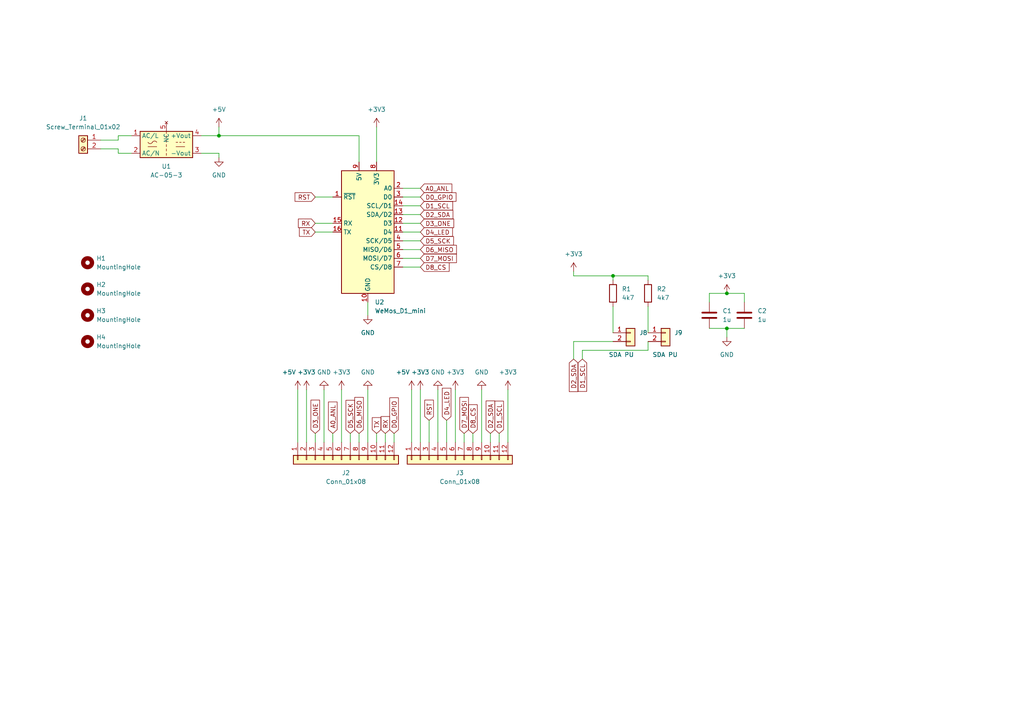
<source format=kicad_sch>
(kicad_sch (version 20211123) (generator eeschema)
  (paper "A4")
  (title_block (company "chof.org"))
  (lib_symbols
    (symbol "Connector:Screw_Terminal_01x02" (pin_names (offset 1.016) hide)
      (property "Reference" "J" (at 0 2.54 0))
      (property "Value" "Screw_Terminal_01x02" (at 0 -5.08 0))
      (symbol "Screw_Terminal_01x02_1_1"
        (rectangle (start -1.27 1.27) (end 1.27 -3.81) (stroke (width 0.254)) (fill (type background)))
        (circle (center 0 -2.54) (radius 0.635) (stroke (width 0.1524)))
        (polyline (pts (xy -0.5334 -2.2098) (xy 0.3302 -3.048)) (stroke (width 0.1524)))
        (polyline (pts (xy -0.5334 0.3302) (xy 0.3302 -0.508)) (stroke (width 0.1524)))
        (polyline (pts (xy -0.3556 -2.032) (xy 0.508 -2.8702)) (stroke (width 0.1524)))
        (polyline (pts (xy -0.3556 0.508) (xy 0.508 -0.3302)) (stroke (width 0.1524)))
        (circle (center 0 0) (radius 0.635) (stroke (width 0.1524)))
        (pin passive line (at -5.08 0 0) (length 3.81) (name "Pin_1") (number "1"))
        (pin passive line (at -5.08 -2.54 0) (length 3.81) (name "Pin_2") (number "2"))
      )
    )
    (symbol "Connector_Generic:Conn_01x02" (pin_names (offset 1.016) hide)
      (property "Reference" "J" (at 0 2.54 0))
      (property "Value" "Conn_01x02" (at 0 -5.08 0))
      (symbol "Conn_01x02_1_1"
        (rectangle (start -1.27 -2.413) (end 0 -2.667) (stroke (width 0.1524)))
        (rectangle (start -1.27 0.127) (end 0 -0.127) (stroke (width 0.1524)))
        (rectangle (start -1.27 1.27) (end 1.27 -3.81) (stroke (width 0.254)) (fill (type background)))
        (pin passive line (at -5.08 0 0) (length 3.81) (name "Pin_1") (number "1"))
        (pin passive line (at -5.08 -2.54 0) (length 3.81) (name "Pin_2") (number "2"))
      )
    )
    (symbol "Connector_Generic:Conn_01x12" (pin_names (offset 1.016) hide)
      (property "Reference" "J" (at 0 15.24 0))
      (property "Value" "Conn_01x12" (at 0 -17.78 0))
      (symbol "Conn_01x12_1_1"
        (rectangle (start -1.27 -15.113) (end 0 -15.367) (stroke (width 0.1524)))
        (rectangle (start -1.27 -12.573) (end 0 -12.827) (stroke (width 0.1524)))
        (rectangle (start -1.27 -10.033) (end 0 -10.287) (stroke (width 0.1524)))
        (rectangle (start -1.27 -7.493) (end 0 -7.747) (stroke (width 0.1524)))
        (rectangle (start -1.27 -4.953) (end 0 -5.207) (stroke (width 0.1524)))
        (rectangle (start -1.27 -2.413) (end 0 -2.667) (stroke (width 0.1524)))
        (rectangle (start -1.27 0.127) (end 0 -0.127) (stroke (width 0.1524)))
        (rectangle (start -1.27 2.667) (end 0 2.413) (stroke (width 0.1524)))
        (rectangle (start -1.27 5.207) (end 0 4.953) (stroke (width 0.1524)))
        (rectangle (start -1.27 7.747) (end 0 7.493) (stroke (width 0.1524)))
        (rectangle (start -1.27 10.287) (end 0 10.033) (stroke (width 0.1524)))
        (rectangle (start -1.27 12.827) (end 0 12.573) (stroke (width 0.1524)))
        (rectangle (start -1.27 13.97) (end 1.27 -16.51) (stroke (width 0.254)) (fill (type background)))
        (pin passive line (at -5.08 12.7 0) (length 3.81) (name "Pin_1") (number "1"))
        (pin passive line (at -5.08 -10.16 0) (length 3.81) (name "Pin_10") (number "10"))
        (pin passive line (at -5.08 -12.7 0) (length 3.81) (name "Pin_11") (number "11"))
        (pin passive line (at -5.08 -15.24 0) (length 3.81) (name "Pin_12") (number "12"))
        (pin passive line (at -5.08 10.16 0) (length 3.81) (name "Pin_2") (number "2"))
        (pin passive line (at -5.08 7.62 0) (length 3.81) (name "Pin_3") (number "3"))
        (pin passive line (at -5.08 5.08 0) (length 3.81) (name "Pin_4") (number "4"))
        (pin passive line (at -5.08 2.54 0) (length 3.81) (name "Pin_5") (number "5"))
        (pin passive line (at -5.08 0 0) (length 3.81) (name "Pin_6") (number "6"))
        (pin passive line (at -5.08 -2.54 0) (length 3.81) (name "Pin_7") (number "7"))
        (pin passive line (at -5.08 -5.08 0) (length 3.81) (name "Pin_8") (number "8"))
        (pin passive line (at -5.08 -7.62 0) (length 3.81) (name "Pin_9") (number "9"))
      )
    )
    (symbol "Converter_ACDC:AC-05-3"
      (property "Reference" "U" (at 0 2.54 0))
      (property "Value" "AC-05-3" (at 0 0 0))
      (symbol "AC-05-3_0_1"
        (rectangle (start -7.62 11.43) (end 7.62 3.81) (stroke (width 0.254)) (fill (type background)))
        (arc (start -5.334 8.255) (mid -4.699 7.8695) (end -4.064 8.255))
        (arc (start -2.794 8.255) (mid -3.429 8.6272) (end -4.064 8.255))
        (polyline (pts (xy -5.334 6.985) (xy -2.794 6.985)))
        (polyline (pts (xy 0 5.08) (xy 0 4.445)))
        (polyline (pts (xy 0 6.35) (xy 0 5.715)))
        (polyline (pts (xy 0 7.62) (xy 0 6.985)))
        (polyline (pts (xy 0 8.89) (xy 0 8.255)))
        (polyline (pts (xy 0 10.16) (xy 0 9.525)))
        (polyline (pts (xy 0 11.43) (xy 0 10.795)))
        (polyline (pts (xy 2.794 6.985) (xy 5.334 6.985)))
        (polyline (pts (xy 2.794 8.255) (xy 3.302 8.255)))
        (polyline (pts (xy 3.81 8.255) (xy 4.318 8.255)))
        (polyline (pts (xy 4.826 8.255) (xy 5.334 8.255)))
      )
      (symbol "AC-05-3_1_1"
        (pin power_in line (at -10.16 10.16 0) (length 2.54) (name "AC/L") (number "1"))
        (pin power_in line (at -10.16 5.08 0) (length 2.54) (name "AC/N") (number "2"))
        (pin power_out line (at 10.16 5.08 180) (length 2.54) (name "-Vout") (number "3"))
        (pin power_out line (at 10.16 10.16 180) (length 2.54) (name "+Vout") (number "4"))
        (pin no_connect line (at 0 13.97 270) (length 2.54) (name "NC") (number "5"))
      )
    )
    (symbol "Device:C" (pin_numbers hide) (pin_names (offset 0.254))
      (property "Reference" "C" (at 0.635 2.54 0))
      (property "Value" "C" (at 0.635 -2.54 0))
      (symbol "C_0_1"
        (polyline (pts (xy -2.032 -0.762) (xy 2.032 -0.762)) (stroke (width 0.508)))
        (polyline (pts (xy -2.032 0.762) (xy 2.032 0.762)) (stroke (width 0.508)))
      )
      (symbol "C_1_1"
        (pin passive line (at 0 3.81 270) (length 2.794) (name "~") (number "1"))
        (pin passive line (at 0 -3.81 90) (length 2.794) (name "~") (number "2"))
      )
    )
    (symbol "Device:R" (pin_numbers hide) (pin_names (offset 0))
      (property "Reference" "R" (at 2.032 0 90))
      (property "Value" "R" (at 0 0 90))
      (symbol "R_0_1"
        (rectangle (start -1.016 -2.54) (end 1.016 2.54) (stroke (width 0.254)))
      )
      (symbol "R_1_1"
        (pin passive line (at 0 3.81 270) (length 1.27) (name "~") (number "1"))
        (pin passive line (at 0 -3.81 90) (length 1.27) (name "~") (number "2"))
      )
    )
    (symbol "MCU_Module:WeMos_D1_mini"
      (property "Reference" "U" (at 3.81 19.05 0))
      (property "Value" "WeMos_D1_mini" (at 1.27 -19.05 0))
      (symbol "WeMos_D1_mini_1_1"
        (rectangle (start -7.62 17.78) (end 7.62 -17.78) (stroke (width 0.254)) (fill (type background)))
        (pin input line (at -10.16 10.16 0) (length 2.54) (name "~{RST}") (number "1"))
        (pin power_in line (at 0 -20.32 90) (length 2.54) (name "GND") (number "10"))
        (pin bidirectional line (at 10.16 0 180) (length 2.54) (name "D4") (number "11"))
        (pin bidirectional line (at 10.16 2.54 180) (length 2.54) (name "D3") (number "12"))
        (pin bidirectional line (at 10.16 5.08 180) (length 2.54) (name "SDA/D2") (number "13"))
        (pin bidirectional line (at 10.16 7.62 180) (length 2.54) (name "SCL/D1") (number "14"))
        (pin input line (at -10.16 2.54 0) (length 2.54) (name "RX") (number "15"))
        (pin output line (at -10.16 0 0) (length 2.54) (name "TX") (number "16"))
        (pin input line (at 10.16 12.7 180) (length 2.54) (name "A0") (number "2"))
        (pin bidirectional line (at 10.16 10.16 180) (length 2.54) (name "D0") (number "3"))
        (pin bidirectional line (at 10.16 -2.54 180) (length 2.54) (name "SCK/D5") (number "4"))
        (pin bidirectional line (at 10.16 -5.08 180) (length 2.54) (name "MISO/D6") (number "5"))
        (pin bidirectional line (at 10.16 -7.62 180) (length 2.54) (name "MOSI/D7") (number "6"))
        (pin bidirectional line (at 10.16 -10.16 180) (length 2.54) (name "CS/D8") (number "7"))
        (pin power_out line (at 2.54 20.32 270) (length 2.54) (name "3V3") (number "8"))
        (pin power_in line (at -2.54 20.32 270) (length 2.54) (name "5V") (number "9"))
      )
    )
    (symbol "Mechanical:MountingHole" (pin_names (offset 1.016))
      (property "Reference" "H" (at 0 5.08 0))
      (property "Value" "MountingHole" (at 0 3.175 0))
      (symbol "MountingHole_0_1"
        (circle (center 0 0) (radius 1.27) (stroke (width 1.27)))
      )
    )
    (symbol "power:+3.3V" (power) (pin_names (offset 0))
      (property "Value" "+3.3V" (at 0 3.556 0))
      (symbol "+3.3V_0_1"
        (polyline (pts (xy -0.762 1.27) (xy 0 2.54)))
        (polyline (pts (xy 0 0) (xy 0 2.54)))
        (polyline (pts (xy 0 2.54) (xy 0.762 1.27)))
      )
      (symbol "+3.3V_1_1"
        (pin power_in line (at 0 0 90) (length 0) hide (name "+3V3") (number "1"))
      )
    )
    (symbol "power:+5V" (power) (pin_names (offset 0))
      (property "Value" "+5V" (at 0 3.556 0))
      (symbol "+5V_0_1"
        (polyline (pts (xy -0.762 1.27) (xy 0 2.54)))
        (polyline (pts (xy 0 0) (xy 0 2.54)))
        (polyline (pts (xy 0 2.54) (xy 0.762 1.27)))
      )
      (symbol "+5V_1_1"
        (pin power_in line (at 0 0 90) (length 0) hide (name "+5V") (number "1"))
      )
    )
    (symbol "power:GND" (power) (pin_names (offset 0))
      (property "Value" "GND" (at 0 -3.81 0))
      (symbol "GND_0_1"
        (polyline (pts (xy 0 0) (xy 0 -1.27) (xy 1.27 -1.27) (xy 0 -2.54) (xy -1.27 -1.27) (xy 0 -1.27)))
      )
      (symbol "GND_1_1"
        (pin power_in line (at 0 0 270) (length 0) hide (name "GND") (number "1"))
      )
    )
  )
  (junction (at 210.82 85.09))
  (junction (at 177.8 80.01))
  (junction (at 210.82 95.25))
  (junction (at 63.5 39.37))
  (wire (pts (xy 124.46 121.92) (xy 124.46 128.27)))
  (wire (pts (xy 116.84 72.39) (xy 121.92 72.39)))
  (wire (pts (xy 38.1 39.37) (xy 34.29 39.37)))
  (wire (pts (xy 116.84 74.93) (xy 121.92 74.93)))
  (wire (pts (xy 129.54 121.92) (xy 129.54 128.27)))
  (wire (pts (xy 187.96 88.9) (xy 187.96 96.52)))
  (wire (pts (xy 205.74 95.25) (xy 210.82 95.25)))
  (wire (pts (xy 177.8 80.01) (xy 177.8 81.28)))
  (wire (pts (xy 29.21 43.18) (xy 34.29 43.18)))
  (wire (pts (xy 116.84 54.61) (xy 121.92 54.61)))
  (wire (pts (xy 205.74 85.09) (xy 210.82 85.09)))
  (wire (pts (xy 106.68 87.63) (xy 106.68 91.44)))
  (wire (pts (xy 86.36 113.03) (xy 86.36 128.27)))
  (wire (pts (xy 116.84 77.47) (xy 121.92 77.47)))
  (wire (pts (xy 91.44 125.73) (xy 91.44 128.27)))
  (wire (pts (xy 114.3 125.73) (xy 114.3 128.27)))
  (wire (pts (xy 177.8 80.01) (xy 187.96 80.01)))
  (wire (pts (xy 121.92 113.03) (xy 121.92 128.27)))
  (wire (pts (xy 116.84 57.15) (xy 121.92 57.15)))
  (wire (pts (xy 116.84 64.77) (xy 121.92 64.77)))
  (wire (pts (xy 91.44 64.77) (xy 96.52 64.77)))
  (wire (pts (xy 34.29 44.45) (xy 38.1 44.45)))
  (wire (pts (xy 134.62 125.73) (xy 134.62 128.27)))
  (wire (pts (xy 139.7 113.03) (xy 139.7 128.27)))
  (wire (pts (xy 132.08 113.03) (xy 132.08 128.27)))
  (wire (pts (xy 166.37 80.01) (xy 177.8 80.01)))
  (wire (pts (xy 34.29 40.64) (xy 29.21 40.64)))
  (wire (pts (xy 104.14 125.73) (xy 104.14 128.27)))
  (wire (pts (xy 104.14 39.37) (xy 104.14 46.99)))
  (wire (pts (xy 119.38 113.03) (xy 119.38 128.27)))
  (wire (pts (xy 63.5 39.37) (xy 58.42 39.37)))
  (wire (pts (xy 205.74 87.63) (xy 205.74 85.09)))
  (wire (pts (xy 91.44 67.31) (xy 96.52 67.31)))
  (wire (pts (xy 142.24 125.73) (xy 142.24 128.27)))
  (wire (pts (xy 210.82 95.25) (xy 215.9 95.25)))
  (wire (pts (xy 137.16 125.73) (xy 137.16 128.27)))
  (wire (pts (xy 187.96 80.01) (xy 187.96 81.28)))
  (wire (pts (xy 210.82 95.25) (xy 210.82 97.79)))
  (wire (pts (xy 93.98 113.03) (xy 93.98 128.27)))
  (wire (pts (xy 109.22 36.83) (xy 109.22 46.99)))
  (wire (pts (xy 168.91 101.6) (xy 187.96 101.6)))
  (wire (pts (xy 63.5 39.37) (xy 104.14 39.37)))
  (wire (pts (xy 106.68 113.03) (xy 106.68 128.27)))
  (wire (pts (xy 91.44 57.15) (xy 96.52 57.15)))
  (wire (pts (xy 58.42 44.45) (xy 63.5 44.45)))
  (wire (pts (xy 88.9 113.03) (xy 88.9 128.27)))
  (wire (pts (xy 168.91 104.14) (xy 168.91 101.6)))
  (wire (pts (xy 144.78 125.73) (xy 144.78 128.27)))
  (wire (pts (xy 166.37 104.14) (xy 166.37 99.06)))
  (wire (pts (xy 63.5 44.45) (xy 63.5 45.72)))
  (wire (pts (xy 116.84 59.69) (xy 121.92 59.69)))
  (wire (pts (xy 109.22 125.73) (xy 109.22 128.27)))
  (wire (pts (xy 177.8 88.9) (xy 177.8 96.52)))
  (wire (pts (xy 215.9 85.09) (xy 215.9 87.63)))
  (wire (pts (xy 96.52 125.73) (xy 96.52 128.27)))
  (wire (pts (xy 111.76 125.73) (xy 111.76 128.27)))
  (wire (pts (xy 63.5 36.83) (xy 63.5 39.37)))
  (wire (pts (xy 34.29 43.18) (xy 34.29 44.45)))
  (wire (pts (xy 187.96 99.06) (xy 187.96 101.6)))
  (wire (pts (xy 99.06 113.03) (xy 99.06 128.27)))
  (wire (pts (xy 101.6 125.73) (xy 101.6 128.27)))
  (wire (pts (xy 166.37 99.06) (xy 177.8 99.06)))
  (wire (pts (xy 166.37 78.74) (xy 166.37 80.01)))
  (wire (pts (xy 116.84 69.85) (xy 121.92 69.85)))
  (wire (pts (xy 127 113.03) (xy 127 128.27)))
  (wire (pts (xy 34.29 39.37) (xy 34.29 40.64)))
  (wire (pts (xy 210.82 85.09) (xy 215.9 85.09)))
  (wire (pts (xy 147.32 113.03) (xy 147.32 128.27)))
  (wire (pts (xy 116.84 62.23) (xy 121.92 62.23)))
  (wire (pts (xy 116.84 67.31) (xy 121.92 67.31)))
  (global_label "D8_CS" (shape input) (at 121.92 77.47 0) (property "Intersheet References" "${INTERSHEET_REFS}" (effects hide)))
  (global_label "D7_MOSI" (shape input) (at 121.92 74.93 0) (property "Intersheet References" "${INTERSHEET_REFS}" (effects hide)))
  (global_label "D6_MISO" (shape input) (at 104.14 125.73 90) (property "Intersheet References" "${INTERSHEET_REFS}" (effects hide)))
  (global_label "D4_LED" (shape input) (at 121.92 67.31 0) (property "Intersheet References" "${INTERSHEET_REFS}" (effects hide)))
  (global_label "RX" (shape input) (at 111.76 125.73 90) (property "Intersheet References" "${INTERSHEET_REFS}" (effects hide)))
  (global_label "D0_GPIO" (shape input) (at 114.3 125.73 90) (property "Intersheet References" "${INTERSHEET_REFS}" (effects hide)))
  (global_label "D7_MOSI" (shape input) (at 134.62 125.73 90) (property "Intersheet References" "${INTERSHEET_REFS}" (effects hide)))
  (global_label "D6_MISO" (shape input) (at 121.92 72.39 0) (property "Intersheet References" "${INTERSHEET_REFS}" (effects hide)))
  (global_label "D5_SCK" (shape input) (at 121.92 69.85 0) (property "Intersheet References" "${INTERSHEET_REFS}" (effects hide)))
  (global_label "RST" (shape input) (at 91.44 57.15 180) (property "Intersheet References" "${INTERSHEET_REFS}" (effects hide)))
  (global_label "D8_CS" (shape input) (at 137.16 125.73 90) (property "Intersheet References" "${INTERSHEET_REFS}" (effects hide)))
  (global_label "D1_SCL" (shape input) (at 144.78 125.73 90) (property "Intersheet References" "${INTERSHEET_REFS}" (effects hide)))
  (global_label "TX" (shape input) (at 109.22 125.73 90) (property "Intersheet References" "${INTERSHEET_REFS}" (effects hide)))
  (global_label "D3_ONE" (shape input) (at 91.44 125.73 90) (property "Intersheet References" "${INTERSHEET_REFS}" (effects hide)))
  (global_label "D1_SCL" (shape input) (at 121.92 59.69 0) (property "Intersheet References" "${INTERSHEET_REFS}" (effects hide)))
  (global_label "D2_SDA" (shape input) (at 142.24 125.73 90) (property "Intersheet References" "${INTERSHEET_REFS}" (effects hide)))
  (global_label "D0_GPIO" (shape input) (at 121.92 57.15 0) (property "Intersheet References" "${INTERSHEET_REFS}" (effects hide)))
  (global_label "RX" (shape input) (at 91.44 64.77 180) (property "Intersheet References" "${INTERSHEET_REFS}" (effects hide)))
  (global_label "D3_ONE" (shape input) (at 121.92 64.77 0) (property "Intersheet References" "${INTERSHEET_REFS}" (effects hide)))
  (global_label "D1_SCL" (shape input) (at 168.91 104.14 270) (property "Intersheet References" "${INTERSHEET_REFS}" (effects hide)))
  (global_label "D2_SDA" (shape input) (at 166.37 104.14 270) (property "Intersheet References" "${INTERSHEET_REFS}" (effects hide)))
  (global_label "RST" (shape input) (at 124.46 121.92 90) (property "Intersheet References" "${INTERSHEET_REFS}" (effects hide)))
  (global_label "A0_ANL" (shape input) (at 121.92 54.61 0) (property "Intersheet References" "${INTERSHEET_REFS}" (effects hide)))
  (global_label "A0_ANL" (shape input) (at 96.52 125.73 90) (property "Intersheet References" "${INTERSHEET_REFS}" (effects hide)))
  (global_label "D2_SDA" (shape input) (at 121.92 62.23 0) (property "Intersheet References" "${INTERSHEET_REFS}" (effects hide)))
  (global_label "TX" (shape input) (at 91.44 67.31 180) (property "Intersheet References" "${INTERSHEET_REFS}" (effects hide)))
  (global_label "D5_SCK" (shape input) (at 101.6 125.73 90) (property "Intersheet References" "${INTERSHEET_REFS}" (effects hide)))
  (global_label "D4_LED" (shape input) (at 129.54 121.92 90) (property "Intersheet References" "${INTERSHEET_REFS}" (effects hide)))
  (symbol (lib_id "power:+3.3V") (at 99.06 113.03 0) (unit 1)
    (property "Reference" "#PWR03" (effects hide))
    (property "Value" "+3.3V" (at 99.06 107.95 0))
  )
  (symbol (lib_id "power:+3.3V") (at 88.9 113.03 0) (unit 1)
    (property "Reference" "#PWR0107" (effects hide))
    (property "Value" "+3.3V" (at 88.9 107.95 0))
  )
  (symbol (lib_id "power:+5V") (at 63.5 36.83 0) (mirror y) (unit 1)
    (property "Reference" "#PWR0101" (effects hide))
    (property "Value" "+5V" (at 63.5 31.75 0))
  )
  (symbol (lib_id "Device:C") (at 215.9 91.44 0) (unit 1)
    (property "Reference" "C2" (at 219.71 90.1699 0) (effects (justify left)))
    (property "Value" "1u" (at 219.71 92.7099 0) (effects (justify left)))
    (property "Footprint" "Capacitor_SMD:C_0603_1608Metric_Pad1.08x0.95mm_HandSolder" (effects hide))
  )
  (symbol (lib_id "power:GND") (at 210.82 97.79 0) (unit 1)
    (property "Reference" "#PWR0105" (effects hide))
    (property "Value" "GND" (at 210.82 102.87 0))
  )
  (symbol (lib_id "power:+3.3V") (at 109.22 36.83 0) (unit 1)
    (property "Reference" "#PWR04" (effects hide))
    (property "Value" "+3.3V" (at 109.22 31.75 0))
  )
  (symbol (lib_id "Connector_Generic:Conn_01x12") (at 99.06 133.35 90) (mirror x) (unit 1)
    (property "Reference" "J2" (at 100.33 137.16 90))
    (property "Value" "Conn_01x08" (at 100.33 139.7 90))
    (property "Footprint" "Connector_PinHeader_2.54mm:PinHeader_1x12_P2.54mm_Vertical" (effects hide))
  )
  (symbol (lib_id "Mechanical:MountingHole") (at 25.4 91.44 0) (unit 1)
    (property "Reference" "H3" (at 27.94 90.1699 0) (effects (justify left)))
    (property "Value" "MountingHole" (at 27.94 92.7099 0) (effects (justify left)))
    (property "Footprint" "MountingHole:MountingHole_3.2mm_M3" (effects hide))
  )
  (symbol (lib_id "Connector_Generic:Conn_01x02") (at 193.04 96.52 0) (unit 1)
    (property "Reference" "J9" (at 195.58 96.5199 0) (effects (justify left)))
    (property "Value" "SDA PU" (at 189.23 102.87 0) (effects (justify left)))
    (property "Footprint" "Connector_PinHeader_2.54mm:PinHeader_1x02_P2.54mm_Vertical" (effects hide))
  )
  (symbol (lib_id "Connector:Screw_Terminal_01x02") (at 24.13 40.64 0) (mirror y) (unit 1)
    (property "Reference" "J1" (at 24.13 34.29 0))
    (property "Value" "Screw_Terminal_01x02" (at 24.13 36.83 0))
    (property "Footprint" "TerminalBlock:TerminalBlock_bornier-2_P5.08mm" (effects hide))
  )
  (symbol (lib_id "power:GND") (at 127 113.03 180) (unit 1)
    (property "Reference" "#PWR07" (effects hide))
    (property "Value" "GND" (at 127 107.95 0))
  )
  (symbol (lib_id "power:GND") (at 139.7 113.03 180) (unit 1)
    (property "Reference" "#PWR09" (effects hide))
    (property "Value" "GND" (at 139.7 107.95 0))
  )
  (symbol (lib_id "power:+3.3V") (at 121.92 113.03 0) (unit 1)
    (property "Reference" "#PWR06" (effects hide))
    (property "Value" "+3.3V" (at 121.92 107.95 0))
  )
  (symbol (lib_id "power:GND") (at 106.68 91.44 0) (unit 1)
    (property "Reference" "#PWR0103" (effects hide))
    (property "Value" "GND" (at 106.68 96.52 0))
  )
  (symbol (lib_id "power:GND") (at 63.5 45.72 0) (unit 1)
    (property "Reference" "#PWR0102" (effects hide))
    (property "Value" "GND" (at 63.5 50.8 0))
  )
  (symbol (lib_id "power:+3.3V") (at 166.37 78.74 0) (unit 1)
    (property "Reference" "#PWR015" (effects hide))
    (property "Value" "+3.3V" (at 166.37 73.66 0))
  )
  (symbol (lib_id "Device:R") (at 177.8 85.09 0) (unit 1)
    (property "Reference" "R1" (at 180.34 83.8199 0) (effects (justify left)))
    (property "Value" "4k7" (at 180.34 86.3599 0) (effects (justify left)))
    (property "Footprint" "Resistor_SMD:R_0603_1608Metric_Pad0.98x0.95mm_HandSolder" (effects hide))
  )
  (symbol (lib_id "power:+5V") (at 86.36 113.03 0) (mirror y) (unit 1)
    (property "Reference" "#PWR01" (effects hide))
    (property "Value" "+5V" (at 83.82 107.95 0))
  )
  (symbol (lib_id "Mechanical:MountingHole") (at 25.4 76.2 0) (unit 1)
    (property "Reference" "H1" (at 27.94 74.9299 0) (effects (justify left)))
    (property "Value" "MountingHole" (at 27.94 77.4699 0) (effects (justify left)))
    (property "Footprint" "MountingHole:MountingHole_3.2mm_M3" (effects hide))
  )
  (symbol (lib_id "Mechanical:MountingHole") (at 25.4 99.06 0) (unit 1)
    (property "Reference" "H4" (at 27.94 97.7899 0) (effects (justify left)))
    (property "Value" "MountingHole" (at 27.94 100.3299 0) (effects (justify left)))
    (property "Footprint" "MountingHole:MountingHole_3.2mm_M3" (effects hide))
  )
  (symbol (lib_id "power:+3.3V") (at 132.08 113.03 0) (unit 1)
    (property "Reference" "#PWR08" (effects hide))
    (property "Value" "+3.3V" (at 132.08 107.95 0))
  )
  (symbol (lib_id "Device:R") (at 187.96 85.09 0) (unit 1)
    (property "Reference" "R2" (at 190.5 83.8199 0) (effects (justify left)))
    (property "Value" "4k7" (at 190.5 86.3599 0) (effects (justify left)))
    (property "Footprint" "Resistor_SMD:R_0603_1608Metric_Pad0.98x0.95mm_HandSolder" (effects hide))
  )
  (symbol (lib_id "power:GND") (at 93.98 113.03 180) (unit 1)
    (property "Reference" "#PWR02" (effects hide))
    (property "Value" "GND" (at 93.98 107.95 0))
  )
  (symbol (lib_id "Converter_ACDC:AC-05-3") (at 48.26 49.53 0) (unit 1)
    (property "Reference" "U1" (at 48.26 48.26 0))
    (property "Value" "AC-05-3" (at 48.26 50.8 0))
    (property "Footprint" "Converter_ACDC:AZDelivery AC-05-3" (effects hide))
    (property "Datasheet" "https://cdn.shopify.com/s/files/1/1509/1638/files/220V_zu_5V_Mini_Netzteil_Datenblatt_AZ-Delivery_Vertriebs_GmbH_rev1_98fb05d1-9427-4da3-ae29-7cdf7db6aa9a.pdf?v=1666598991" (effects hide))
  )
  (symbol (lib_id "power:+5V") (at 119.38 113.03 0) (mirror y) (unit 1)
    (property "Reference" "#PWR0108" (effects hide))
    (property "Value" "+5V" (at 116.84 107.95 0))
  )
  (symbol (lib_id "power:GND") (at 106.68 113.03 180) (unit 1)
    (property "Reference" "#PWR05" (effects hide))
    (property "Value" "GND" (at 106.68 107.95 0))
  )
  (symbol (lib_id "power:+3.3V") (at 210.82 85.09 0) (unit 1)
    (property "Reference" "#PWR0106" (effects hide))
    (property "Value" "+3.3V" (at 210.82 80.01 0))
  )
  (symbol (lib_id "power:+3.3V") (at 147.32 113.03 0) (unit 1)
    (property "Reference" "#PWR0104" (effects hide))
    (property "Value" "+3.3V" (at 147.32 107.95 0))
  )
  (symbol (lib_id "MCU_Module:WeMos_D1_mini") (at 106.68 67.31 0) (unit 1)
    (property "Reference" "U2" (at 108.6994 87.63 0) (effects (justify left)))
    (property "Value" "WeMos_D1_mini" (at 108.6994 90.17 0) (effects (justify left)))
    (property "Footprint" "Module:WEMOS_D1_mini_light" (effects hide))
    (property "Datasheet" "https://wiki.wemos.cc/products:d1:d1_mini#documentation" (effects hide))
  )
  (symbol (lib_id "Connector_Generic:Conn_01x02") (at 182.88 96.52 0) (unit 1)
    (property "Reference" "J8" (at 185.42 96.5199 0) (effects (justify left)))
    (property "Value" "SDA PU" (at 176.53 102.87 0) (effects (justify left)))
    (property "Footprint" "Connector_PinHeader_2.54mm:PinHeader_1x02_P2.54mm_Vertical" (effects hide))
  )
  (symbol (lib_id "Mechanical:MountingHole") (at 25.4 83.82 0) (unit 1)
    (property "Reference" "H2" (at 27.94 82.5499 0) (effects (justify left)))
    (property "Value" "MountingHole" (at 27.94 85.0899 0) (effects (justify left)))
    (property "Footprint" "MountingHole:MountingHole_3.2mm_M3" (effects hide))
  )
  (symbol (lib_id "Device:C") (at 205.74 91.44 0) (unit 1)
    (property "Reference" "C1" (at 209.55 90.1699 0) (effects (justify left)))
    (property "Value" "1u" (at 209.55 92.7099 0) (effects (justify left)))
    (property "Footprint" "Capacitor_SMD:C_0603_1608Metric_Pad1.08x0.95mm_HandSolder" (effects hide))
  )
  (symbol (lib_id "Connector_Generic:Conn_01x12") (at 132.08 133.35 90) (mirror x) (unit 1)
    (property "Reference" "J3" (at 133.35 137.16 90))
    (property "Value" "Conn_01x08" (at 133.35 139.7 90))
    (property "Footprint" "Connector_PinHeader_2.54mm:PinHeader_1x12_P2.54mm_Vertical" (effects hide))
  )
)
</source>
